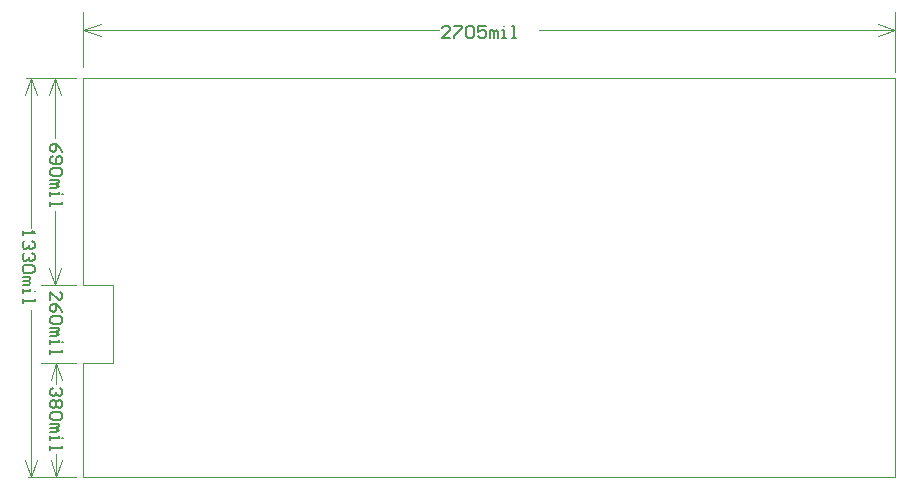
<source format=gm1>
*%FSLAX23Y23*%
*%MOIN*%
G01*
%ADD11C,0.000*%
%ADD12C,0.001*%
%ADD13C,0.002*%
%ADD14C,0.004*%
%ADD15C,0.005*%
%ADD16C,0.006*%
%ADD17C,0.007*%
%ADD18C,0.007*%
%ADD19C,0.008*%
%ADD20C,0.010*%
%ADD21C,0.012*%
%ADD22C,0.015*%
%ADD23C,0.024*%
%ADD24C,0.025*%
%ADD25C,0.028*%
%ADD26C,0.029*%
%ADD27C,0.032*%
%ADD28C,0.035*%
%ADD29C,0.039*%
%ADD30C,0.040*%
%ADD31C,0.043*%
%ADD32C,0.047*%
%ADD33C,0.047*%
%ADD34C,0.047*%
%ADD35C,0.048*%
%ADD36C,0.051*%
%ADD37C,0.051*%
%ADD38C,0.052*%
%ADD39C,0.060*%
%ADD40C,0.062*%
%ADD41C,0.064*%
%ADD42C,0.066*%
%ADD43C,0.067*%
%ADD44O,0.080X0.024*%
%ADD45O,0.084X0.028*%
%ADD46C,0.115*%
%ADD47C,0.135*%
%ADD48C,0.236*%
%ADD49C,0.240*%
%ADD50R,0.023X0.050*%
%ADD51R,0.027X0.054*%
%ADD52R,0.037X0.014*%
%ADD53R,0.039X0.055*%
%ADD54R,0.040X0.083*%
%ADD55R,0.041X0.018*%
%ADD56R,0.043X0.059*%
%ADD57R,0.044X0.087*%
%ADD58R,0.050X0.023*%
%ADD59R,0.050X0.060*%
%ADD60R,0.051X0.075*%
%ADD61R,0.054X0.027*%
%ADD62R,0.054X0.064*%
%ADD63R,0.055X0.039*%
%ADD64R,0.055X0.079*%
%ADD65R,0.057X0.012*%
%ADD66R,0.059X0.043*%
%ADD67R,0.060X0.050*%
%ADD68R,0.060X0.060*%
%ADD69R,0.061X0.016*%
%ADD70R,0.064X0.054*%
%ADD71R,0.064X0.064*%
%ADD72R,0.070X0.098*%
%ADD73R,0.070X0.138*%
%ADD74R,0.074X0.102*%
%ADD75R,0.074X0.142*%
%ADD76R,0.079X0.079*%
%ADD77R,0.080X0.040*%
%ADD78R,0.083X0.083*%
%ADD79R,0.084X0.044*%
D12*
X8508Y8051D02*
X8608D01*
Y7791D02*
X8508D01*
Y8741D02*
X11214D01*
X8608Y8001D02*
Y7841D01*
Y7956D02*
Y8051D01*
X8508D02*
Y8056D01*
X8608Y7856D02*
Y7791D01*
X8508D02*
Y7736D01*
Y7746D02*
Y7411D01*
Y8051D02*
Y8741D01*
X11214D02*
Y7410D01*
X11214Y7410D02*
X8508Y7411D01*
X8483D02*
X8323D01*
X8318Y8741D02*
X8483D01*
X8508Y8776D02*
Y8961D01*
X11214Y8864D02*
Y8759D01*
Y8822D02*
Y8962D01*
X8413Y8741D02*
Y8539D01*
X8432Y8684D02*
X8413Y8741D01*
X8394Y8684D01*
X8408Y8741D02*
X8418D01*
X8413Y8066D02*
Y8051D01*
X8432Y8108D01*
X8394D02*
X8413Y8051D01*
X8408D02*
X8418D01*
Y7791D02*
X8408D01*
X8418D02*
X8437Y7734D01*
X8399D02*
X8418Y7791D01*
X8437Y7468D02*
X8418Y7411D01*
X8399Y7468D01*
X8413Y7791D02*
X8423D01*
Y7411D02*
X8413D01*
X8418Y7721D02*
Y7791D01*
Y7486D02*
Y7411D01*
X8413Y8051D02*
Y8296D01*
X8368Y8051D02*
X8483D01*
Y7791D02*
X8368D01*
X8333Y8239D02*
Y8741D01*
X8352Y8684D01*
X8314D02*
X8333Y8741D01*
X8352Y7468D02*
X8333Y7411D01*
X8314Y7468D01*
X8328Y8741D02*
X8338D01*
Y7411D02*
X8328D01*
X8508Y8901D02*
X9693D01*
X10028D02*
X11213D01*
X8565Y8920D02*
X8508Y8901D01*
X8565Y8882D01*
X11156Y8920D02*
X11213Y8901D01*
X11156Y8882D01*
X8508Y8896D02*
Y8906D01*
X11213D02*
Y8896D01*
X8333Y7966D02*
Y7411D01*
D15*
X9703Y8873D02*
X9730D01*
X9703D02*
X9730Y8899D01*
Y8906D01*
X9723Y8913D01*
X9710D01*
X9703Y8906D01*
X9743Y8913D02*
X9770D01*
Y8906D01*
X9743Y8879D01*
Y8873D01*
X9783Y8906D02*
X9790Y8913D01*
X9803D01*
X9810Y8906D01*
Y8879D01*
X9803Y8873D01*
X9790D01*
X9783Y8879D01*
Y8906D01*
X9823Y8913D02*
X9850D01*
X9823D02*
Y8893D01*
X9836Y8899D01*
X9843D01*
X9850Y8893D01*
Y8879D01*
X9843Y8873D01*
X9830D01*
X9823Y8879D01*
X9863Y8873D02*
Y8899D01*
X9870D01*
X9876Y8893D01*
Y8873D01*
Y8893D01*
X9883Y8899D01*
X9890Y8893D01*
Y8873D01*
X9903D02*
X9916D01*
X9910D01*
Y8899D01*
X9903D01*
X9910Y8913D02*
X9911D01*
X9936Y8873D02*
X9950D01*
X9943D01*
Y8913D01*
X9936D01*
X8305Y8229D02*
Y8216D01*
Y8223D01*
X8345D01*
X8346D01*
X8345D02*
X8338Y8229D01*
Y8196D02*
X8345Y8189D01*
Y8176D01*
X8338Y8169D01*
X8331D01*
X8332D01*
X8331D02*
X8332D01*
X8331D02*
X8332D01*
X8331D02*
X8325Y8176D01*
Y8183D01*
Y8176D01*
X8318Y8169D01*
X8311D01*
X8305Y8176D01*
Y8189D01*
X8311Y8196D01*
X8338Y8156D02*
X8345Y8149D01*
Y8136D01*
X8338Y8129D01*
X8331D01*
X8332D01*
X8331D02*
X8332D01*
X8331D02*
X8332D01*
X8331D02*
X8325Y8136D01*
Y8143D01*
Y8136D01*
X8318Y8129D01*
X8311D01*
X8305Y8136D01*
Y8149D01*
X8311Y8156D01*
X8338Y8116D02*
X8345Y8109D01*
Y8096D01*
X8338Y8089D01*
X8311D01*
X8305Y8096D01*
Y8109D01*
X8311Y8116D01*
X8338D01*
X8331Y8076D02*
X8305D01*
X8331D02*
Y8069D01*
X8325Y8063D01*
X8305D01*
X8325D01*
X8331Y8056D01*
X8325Y8049D01*
X8305D01*
Y8036D02*
Y8023D01*
Y8029D01*
X8331D01*
Y8036D01*
X8345Y8029D02*
X8346D01*
X8305Y8003D02*
Y7989D01*
Y7996D01*
X8345D01*
Y8003D01*
X8438Y8494D02*
X8431Y8508D01*
X8418Y8521D01*
X8405D01*
X8398Y8514D01*
Y8501D01*
X8405Y8494D01*
X8411D01*
X8418Y8501D01*
Y8521D01*
X8405Y8481D02*
X8398Y8474D01*
Y8461D01*
X8405Y8454D01*
X8431D01*
X8438Y8461D01*
Y8474D01*
X8431Y8481D01*
X8425D01*
X8418Y8474D01*
Y8454D01*
X8431Y8441D02*
X8438Y8434D01*
Y8421D01*
X8431Y8414D01*
X8405D01*
X8398Y8421D01*
Y8434D01*
X8405Y8441D01*
X8431D01*
X8425Y8401D02*
X8398D01*
X8425D02*
Y8394D01*
X8418Y8388D01*
X8398D01*
X8418D01*
X8425Y8381D01*
X8418Y8374D01*
X8398D01*
Y8361D02*
Y8348D01*
Y8354D01*
X8425D01*
Y8361D01*
X8438Y8354D02*
X8439D01*
X8398Y8328D02*
Y8314D01*
Y8321D01*
X8438D01*
Y8328D01*
X8431Y7706D02*
X8438Y7699D01*
Y7686D01*
X8431Y7679D01*
X8425D01*
X8426D01*
X8425D02*
X8426D01*
X8425D02*
X8426D01*
X8425D02*
X8418Y7686D01*
Y7693D01*
Y7686D01*
X8411Y7679D01*
X8405D01*
X8398Y7686D01*
Y7699D01*
X8405Y7706D01*
X8431Y7666D02*
X8438Y7659D01*
Y7646D01*
X8431Y7639D01*
X8425D01*
X8418Y7646D01*
X8411Y7639D01*
X8405D01*
X8398Y7646D01*
Y7659D01*
X8405Y7666D01*
X8411D01*
X8418Y7659D01*
X8425Y7666D01*
X8431D01*
X8418Y7659D02*
Y7646D01*
X8431Y7626D02*
X8438Y7619D01*
Y7606D01*
X8431Y7599D01*
X8405D01*
X8398Y7606D01*
Y7619D01*
X8405Y7626D01*
X8431D01*
X8425Y7586D02*
X8398D01*
X8425D02*
Y7579D01*
X8418Y7573D01*
X8398D01*
X8418D01*
X8425Y7566D01*
X8418Y7559D01*
X8398D01*
Y7546D02*
Y7533D01*
Y7539D01*
X8425D01*
Y7546D01*
X8438Y7539D02*
X8439D01*
X8398Y7513D02*
Y7499D01*
Y7506D01*
X8438D01*
Y7513D01*
X8398Y7999D02*
Y8026D01*
X8425Y7999D01*
X8431D01*
X8438Y8006D01*
Y8019D01*
X8431Y8026D01*
Y7973D02*
X8438Y7959D01*
X8431Y7973D02*
X8418Y7986D01*
X8405D01*
X8398Y7979D01*
Y7966D01*
X8405Y7959D01*
X8411D01*
X8418Y7966D01*
Y7986D01*
X8431Y7946D02*
X8438Y7939D01*
Y7926D01*
X8431Y7919D01*
X8405D01*
X8398Y7926D01*
Y7939D01*
X8405Y7946D01*
X8431D01*
X8425Y7906D02*
X8398D01*
X8425D02*
Y7899D01*
X8418Y7893D01*
X8398D01*
X8418D01*
X8425Y7886D01*
X8418Y7879D01*
X8398D01*
Y7866D02*
Y7853D01*
Y7859D01*
X8425D01*
Y7866D01*
X8438Y7859D02*
X8439D01*
X8398Y7833D02*
Y7819D01*
Y7826D01*
X8438D01*
Y7833D01*
D02*
M02*

</source>
